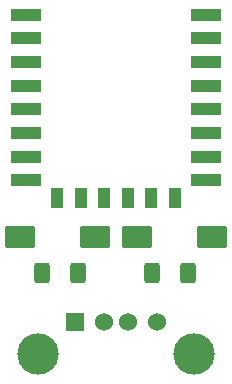
<source format=gbr>
%TF.GenerationSoftware,KiCad,Pcbnew,(6.0.2)*%
%TF.CreationDate,2022-03-14T21:43:21-03:00*%
%TF.ProjectId,9_axis_double,395f6178-6973-45f6-946f-75626c652e6b,rev?*%
%TF.SameCoordinates,Original*%
%TF.FileFunction,Soldermask,Top*%
%TF.FilePolarity,Negative*%
%FSLAX46Y46*%
G04 Gerber Fmt 4.6, Leading zero omitted, Abs format (unit mm)*
G04 Created by KiCad (PCBNEW (6.0.2)) date 2022-03-14 21:43:21*
%MOMM*%
%LPD*%
G01*
G04 APERTURE LIST*
G04 Aperture macros list*
%AMRoundRect*
0 Rectangle with rounded corners*
0 $1 Rounding radius*
0 $2 $3 $4 $5 $6 $7 $8 $9 X,Y pos of 4 corners*
0 Add a 4 corners polygon primitive as box body*
4,1,4,$2,$3,$4,$5,$6,$7,$8,$9,$2,$3,0*
0 Add four circle primitives for the rounded corners*
1,1,$1+$1,$2,$3*
1,1,$1+$1,$4,$5*
1,1,$1+$1,$6,$7*
1,1,$1+$1,$8,$9*
0 Add four rect primitives between the rounded corners*
20,1,$1+$1,$2,$3,$4,$5,0*
20,1,$1+$1,$4,$5,$6,$7,0*
20,1,$1+$1,$6,$7,$8,$9,0*
20,1,$1+$1,$8,$9,$2,$3,0*%
G04 Aperture macros list end*
%ADD10R,2.500000X1.000000*%
%ADD11R,1.000000X1.800000*%
%ADD12RoundRect,0.101600X-1.149350X-0.798830X1.149350X-0.798830X1.149350X0.798830X-1.149350X0.798830X0*%
%ADD13RoundRect,0.101600X1.149350X0.798830X-1.149350X0.798830X-1.149350X-0.798830X1.149350X-0.798830X0*%
%ADD14RoundRect,0.250000X-0.400000X-0.625000X0.400000X-0.625000X0.400000X0.625000X-0.400000X0.625000X0*%
%ADD15R,1.524000X1.524000*%
%ADD16C,1.524000*%
%ADD17C,3.500000*%
G04 APERTURE END LIST*
D10*
%TO.C,U5*%
X73040000Y-59950000D03*
X73040000Y-61950000D03*
X73040000Y-63950000D03*
X73040000Y-65950000D03*
X73040000Y-67950000D03*
X73040000Y-69950000D03*
X73040000Y-71950000D03*
X73040000Y-73950000D03*
D11*
X75640000Y-75450000D03*
X77640000Y-75450000D03*
X79640000Y-75450000D03*
X81640000Y-75450000D03*
X83640000Y-75450000D03*
X85640000Y-75450000D03*
D10*
X88240000Y-73950000D03*
X88240000Y-71950000D03*
X88240000Y-69950000D03*
X88240000Y-67950000D03*
X88240000Y-65950000D03*
X88240000Y-63950000D03*
X88240000Y-61950000D03*
X88240000Y-59950000D03*
%TD*%
D12*
%TO.C,SW2*%
X78840000Y-78800000D03*
X72540800Y-78800000D03*
%TD*%
D13*
%TO.C,SW1*%
X82440000Y-78800000D03*
X88739200Y-78800000D03*
%TD*%
D14*
%TO.C,R12*%
X77450000Y-81800000D03*
X74350000Y-81800000D03*
%TD*%
%TO.C,R10*%
X86750000Y-81800000D03*
X83650000Y-81800000D03*
%TD*%
D15*
%TO.C,J1*%
X77140000Y-85972500D03*
D16*
X79640000Y-85972500D03*
X81640000Y-85972500D03*
X84140000Y-85972500D03*
D17*
X87210000Y-88682500D03*
X74070000Y-88682500D03*
%TD*%
M02*

</source>
